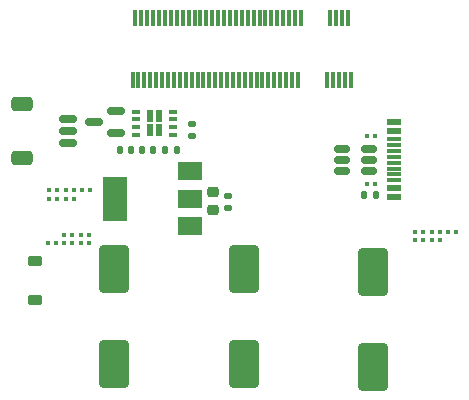
<source format=gbp>
%TF.GenerationSoftware,KiCad,Pcbnew,(7.0.0)*%
%TF.CreationDate,2023-07-15T19:37:13+02:00*%
%TF.ProjectId,Leistungsteil,4c656973-7475-46e6-9773-7465696c2e6b,rev?*%
%TF.SameCoordinates,Original*%
%TF.FileFunction,Paste,Bot*%
%TF.FilePolarity,Positive*%
%FSLAX46Y46*%
G04 Gerber Fmt 4.6, Leading zero omitted, Abs format (unit mm)*
G04 Created by KiCad (PCBNEW (7.0.0)) date 2023-07-15 19:37:13*
%MOMM*%
%LPD*%
G01*
G04 APERTURE LIST*
G04 Aperture macros list*
%AMRoundRect*
0 Rectangle with rounded corners*
0 $1 Rounding radius*
0 $2 $3 $4 $5 $6 $7 $8 $9 X,Y pos of 4 corners*
0 Add a 4 corners polygon primitive as box body*
4,1,4,$2,$3,$4,$5,$6,$7,$8,$9,$2,$3,0*
0 Add four circle primitives for the rounded corners*
1,1,$1+$1,$2,$3*
1,1,$1+$1,$4,$5*
1,1,$1+$1,$6,$7*
1,1,$1+$1,$8,$9*
0 Add four rect primitives between the rounded corners*
20,1,$1+$1,$2,$3,$4,$5,0*
20,1,$1+$1,$4,$5,$6,$7,0*
20,1,$1+$1,$6,$7,$8,$9,0*
20,1,$1+$1,$8,$9,$2,$3,0*%
G04 Aperture macros list end*
%ADD10R,0.650000X0.350000*%
%ADD11R,0.600000X1.000000*%
%ADD12RoundRect,0.250000X1.000000X-1.750000X1.000000X1.750000X-1.000000X1.750000X-1.000000X-1.750000X0*%
%ADD13RoundRect,0.079500X0.079500X0.100500X-0.079500X0.100500X-0.079500X-0.100500X0.079500X-0.100500X0*%
%ADD14RoundRect,0.079500X-0.079500X-0.100500X0.079500X-0.100500X0.079500X0.100500X-0.079500X0.100500X0*%
%ADD15RoundRect,0.250000X0.650000X-0.350000X0.650000X0.350000X-0.650000X0.350000X-0.650000X-0.350000X0*%
%ADD16RoundRect,0.150000X0.625000X-0.150000X0.625000X0.150000X-0.625000X0.150000X-0.625000X-0.150000X0*%
%ADD17RoundRect,0.140000X0.170000X-0.140000X0.170000X0.140000X-0.170000X0.140000X-0.170000X-0.140000X0*%
%ADD18R,0.300000X1.375000*%
%ADD19R,1.150000X0.600000*%
%ADD20R,1.150000X0.300000*%
%ADD21RoundRect,0.135000X0.135000X0.185000X-0.135000X0.185000X-0.135000X-0.185000X0.135000X-0.185000X0*%
%ADD22RoundRect,0.140000X0.140000X0.170000X-0.140000X0.170000X-0.140000X-0.170000X0.140000X-0.170000X0*%
%ADD23RoundRect,0.150000X0.512500X0.150000X-0.512500X0.150000X-0.512500X-0.150000X0.512500X-0.150000X0*%
%ADD24RoundRect,0.150000X0.587500X0.150000X-0.587500X0.150000X-0.587500X-0.150000X0.587500X-0.150000X0*%
%ADD25RoundRect,0.225000X0.375000X-0.225000X0.375000X0.225000X-0.375000X0.225000X-0.375000X-0.225000X0*%
%ADD26RoundRect,0.140000X-0.170000X0.140000X-0.170000X-0.140000X0.170000X-0.140000X0.170000X0.140000X0*%
%ADD27RoundRect,0.140000X-0.140000X-0.170000X0.140000X-0.170000X0.140000X0.170000X-0.140000X0.170000X0*%
%ADD28R,2.000000X1.500000*%
%ADD29R,2.000000X3.800000*%
%ADD30RoundRect,0.225000X0.250000X-0.225000X0.250000X0.225000X-0.250000X0.225000X-0.250000X-0.225000X0*%
G04 APERTURE END LIST*
D10*
%TO.C,U3*%
X180899999Y-99449999D03*
X180899999Y-100099999D03*
X180899999Y-100749999D03*
X180899999Y-101399999D03*
X183999999Y-101399999D03*
X183999999Y-100749999D03*
X183999999Y-100099999D03*
X183999999Y-99449999D03*
D11*
X182062499Y-99824999D03*
X182062499Y-101024999D03*
X182837499Y-99824999D03*
X182837499Y-101024999D03*
%TD*%
D12*
%TO.C,C_IN1*%
X190000000Y-112800000D03*
X190000000Y-120800000D03*
%TD*%
D13*
%TO.C,R_sense_W1*%
X207335000Y-109600000D03*
X208025000Y-109600000D03*
%TD*%
%TO.C,R_sense_V1*%
X176335000Y-106100000D03*
X177025000Y-106100000D03*
%TD*%
%TO.C,R_sense_V2*%
X174935000Y-106100000D03*
X175625000Y-106100000D03*
%TD*%
%TO.C,D_sense_W1*%
X205935000Y-110300000D03*
X206625000Y-110300000D03*
%TD*%
D14*
%TO.C,D_sense_U1*%
X175490000Y-109900000D03*
X174800000Y-109900000D03*
%TD*%
D13*
%TO.C,R_sense_W3*%
X204535000Y-109600000D03*
X205225000Y-109600000D03*
%TD*%
D15*
%TO.C,CAN_Con1*%
X171225000Y-98800000D03*
X171225000Y-103400000D03*
D16*
X175100000Y-100100000D03*
X175100000Y-101100000D03*
X175100000Y-102100000D03*
%TD*%
D17*
%TO.C,C_LDO4*%
X188650000Y-106620000D03*
X188650000Y-107580000D03*
%TD*%
D12*
%TO.C,C_IN2*%
X201000000Y-113050000D03*
X201000000Y-121050000D03*
%TD*%
D18*
%TO.C,J1*%
X199099999Y-96799999D03*
X198849999Y-91499999D03*
X198599999Y-96799999D03*
X198349999Y-91499999D03*
X198099999Y-96799999D03*
X197849999Y-91499999D03*
X197599999Y-96799999D03*
X197349999Y-91499999D03*
X197099999Y-96799999D03*
X194849999Y-91499999D03*
X194599999Y-96799999D03*
X194349999Y-91499999D03*
X194099999Y-96799999D03*
X193849999Y-91499999D03*
X193599999Y-96799999D03*
X193349999Y-91499999D03*
X193099999Y-96799999D03*
X192849999Y-91499999D03*
X192599999Y-96799999D03*
X192349999Y-91499999D03*
X192099999Y-96799999D03*
X191849999Y-91499999D03*
X191599999Y-96799999D03*
X191349999Y-91499999D03*
X191099999Y-96799999D03*
X190849999Y-91499999D03*
X190599999Y-96799999D03*
X190349999Y-91499999D03*
X190099999Y-96799999D03*
X189849999Y-91499999D03*
X189599999Y-96799999D03*
X189349999Y-91499999D03*
X189099999Y-96799999D03*
X188849999Y-91499999D03*
X188599999Y-96799999D03*
X188349999Y-91499999D03*
X188099999Y-96799999D03*
X187849999Y-91499999D03*
X187599999Y-96799999D03*
X187349999Y-91499999D03*
X187099999Y-96799999D03*
X186849999Y-91499999D03*
X186599999Y-96799999D03*
X186349999Y-91499999D03*
X186099999Y-96799999D03*
X185849999Y-91499999D03*
X185599999Y-96799999D03*
X185349999Y-91499999D03*
X185099999Y-96799999D03*
X184849999Y-91499999D03*
X184599999Y-96799999D03*
X184349999Y-91499999D03*
X184099999Y-96799999D03*
X183849999Y-91499999D03*
X183599999Y-96799999D03*
X183349999Y-91499999D03*
X183099999Y-96799999D03*
X182849999Y-91499999D03*
X182599999Y-96799999D03*
X182349999Y-91499999D03*
X182099999Y-96799999D03*
X181849999Y-91499999D03*
X181599999Y-96799999D03*
X181349999Y-91499999D03*
X181099999Y-96799999D03*
X180849999Y-91499999D03*
X180599999Y-96799999D03*
%TD*%
D19*
%TO.C,J7*%
X202724999Y-100309999D03*
X202724999Y-101109999D03*
D20*
X202724999Y-101759999D03*
X202724999Y-102759999D03*
X202724999Y-104259999D03*
X202724999Y-105259999D03*
D19*
X202724999Y-105909999D03*
X202724999Y-106709999D03*
X202724999Y-106709999D03*
X202724999Y-105909999D03*
D20*
X202724999Y-104759999D03*
X202724999Y-103759999D03*
X202724999Y-103259999D03*
X202724999Y-102259999D03*
D19*
X202724999Y-101109999D03*
X202724999Y-100309999D03*
%TD*%
D13*
%TO.C,R_USB2*%
X200455000Y-101500000D03*
X201145000Y-101500000D03*
%TD*%
D21*
%TO.C,R_USB3*%
X200190000Y-106500000D03*
X201210000Y-106500000D03*
%TD*%
D13*
%TO.C,R_sense_W2*%
X205935000Y-109600000D03*
X206625000Y-109600000D03*
%TD*%
%TO.C,C_sense_V1*%
X173535000Y-106800000D03*
X174225000Y-106800000D03*
%TD*%
%TO.C,C_sense_W1*%
X204535000Y-110300000D03*
X205225000Y-110300000D03*
%TD*%
D22*
%TO.C,C_Reset1*%
X179520000Y-102700000D03*
X180480000Y-102700000D03*
%TD*%
D14*
%TO.C,R_sense_U3*%
X174090000Y-110600000D03*
X173400000Y-110600000D03*
%TD*%
D13*
%TO.C,D_sense_V1*%
X174935000Y-106800000D03*
X175625000Y-106800000D03*
%TD*%
D23*
%TO.C,U2*%
X198325000Y-102600000D03*
X198325000Y-103550000D03*
X198325000Y-104500000D03*
X200600000Y-104500000D03*
X200600000Y-103550000D03*
X200600000Y-102600000D03*
%TD*%
D24*
%TO.C,D2*%
X177362500Y-100300000D03*
X179237500Y-101250000D03*
X179237500Y-99350000D03*
%TD*%
D25*
%TO.C,D_TVS1*%
X172300000Y-112050000D03*
X172300000Y-115350000D03*
%TD*%
D26*
%TO.C,C_Reset2*%
X185600000Y-101480000D03*
X185600000Y-100520000D03*
%TD*%
D14*
%TO.C,R_sense_U1*%
X175490000Y-110600000D03*
X174800000Y-110600000D03*
%TD*%
D27*
%TO.C,C_LDO5*%
X182330000Y-102700000D03*
X181370000Y-102700000D03*
%TD*%
D14*
%TO.C,C_sense_U1*%
X176890000Y-109900000D03*
X176200000Y-109900000D03*
%TD*%
D27*
%TO.C,C_LDO6*%
X184330000Y-102700000D03*
X183370000Y-102700000D03*
%TD*%
D28*
%TO.C,U1*%
X185449999Y-109099999D03*
D29*
X179149999Y-106799999D03*
D28*
X185449999Y-106799999D03*
X185449999Y-104499999D03*
%TD*%
D13*
%TO.C,R_USB1*%
X200455000Y-105600000D03*
X201145000Y-105600000D03*
%TD*%
D12*
%TO.C,C_IN3*%
X179000000Y-112800000D03*
X179000000Y-120800000D03*
%TD*%
D13*
%TO.C,R_sense_V3*%
X173535000Y-106100000D03*
X174225000Y-106100000D03*
%TD*%
D30*
%TO.C,C_LDO3*%
X187450000Y-106225000D03*
X187450000Y-107775000D03*
%TD*%
D14*
%TO.C,R_sense_U2*%
X176890000Y-110600000D03*
X176200000Y-110600000D03*
%TD*%
M02*

</source>
